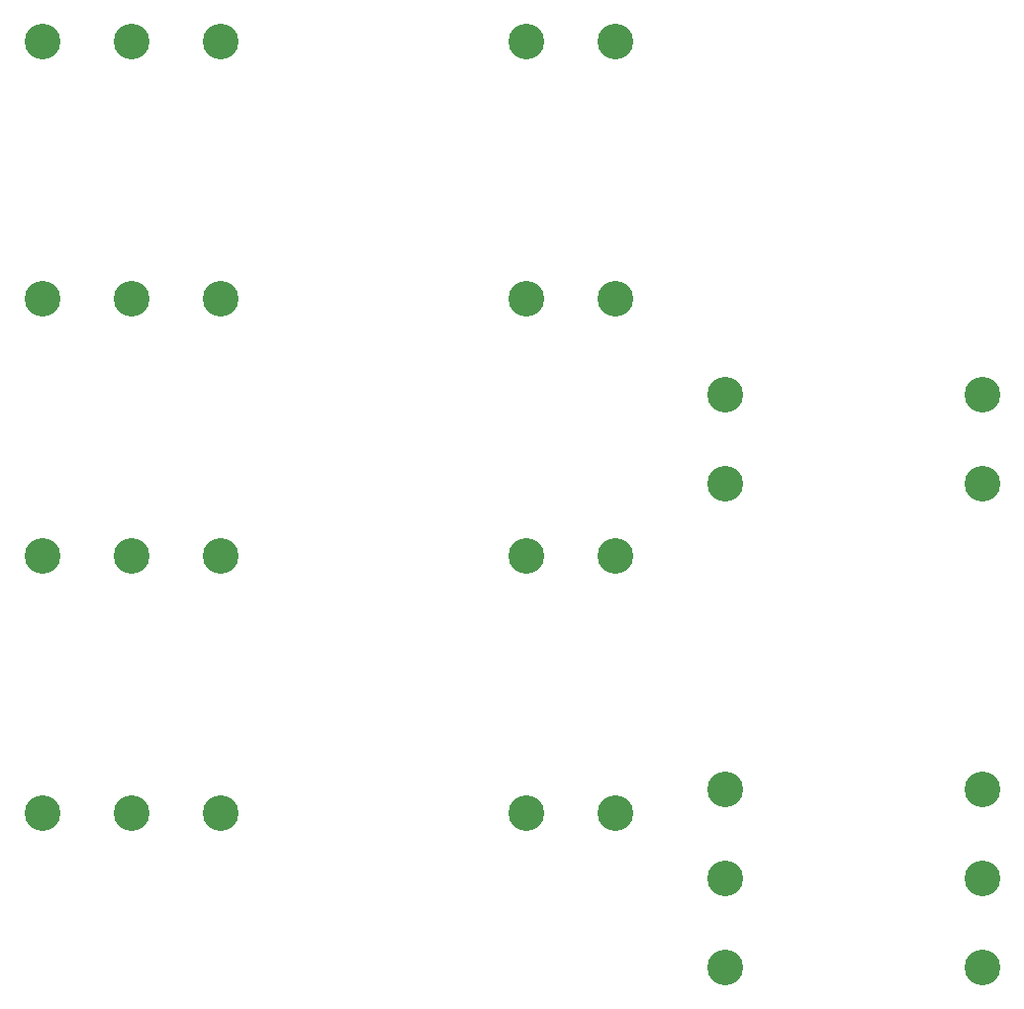
<source format=gts>
%MOIN*%
%OFA0B0*%
%FSLAX46Y46*%
%IPPOS*%
%LPD*%
%ADD10C,0.005905511811023622*%
%ADD11C,0.12000000000000001*%
%ADD22C,0.005905511811023622*%
%ADD23C,0.12000000000000001*%
%ADD24C,0.005905511811023622*%
%ADD25C,0.12000000000000001*%
%ADD26C,0.005905511811023622*%
%ADD27C,0.12000000000000001*%
%ADD28C,0.005905511811023622*%
%ADD29C,0.12000000000000001*%
%ADD30C,0.005905511811023622*%
%ADD31C,0.12000000000000001*%
G01*
D10*
D11*
X-0005050000Y0004799999D02*
X0000704999Y0000624999D03*
X0000404999Y0000624999D03*
X0000104999Y0000624999D03*
X0001734999Y0000624999D03*
X0002034999Y0000624999D03*
G04 next file*
G04 #@! TF.FileFunction,Soldermask,Top*
G04 Gerber Fmt 4.6, Leading zero omitted, Abs format (unit mm)*
G04 Created by KiCad (PCBNEW 4.0.7) date 09/06/18 10:52:36*
G01*
G04 APERTURE LIST*
G04 APERTURE END LIST*
D22*
D23*
X-0001768503Y-0005050000D02*
X0002406496Y0000704999D03*
X0002406496Y0000404999D03*
X0002406496Y0000104999D03*
X0002406496Y0001734999D03*
X0002406496Y0002034999D03*
G04 next file*
G04 #@! TF.FileFunction,Soldermask,Top*
G04 Gerber Fmt 4.6, Leading zero omitted, Abs format (unit mm)*
G04 Created by KiCad (PCBNEW 4.0.7) date 09/06/18 10:52:36*
G01*
G04 APERTURE LIST*
G04 APERTURE END LIST*
D24*
D25*
X-0000902362Y-0005050000D02*
X0003272637Y0000704999D03*
X0003272637Y0000404999D03*
X0003272637Y0000104999D03*
X0003272637Y0001734999D03*
X0003272637Y0002034999D03*
G04 next file*
G04 #@! TF.FileFunction,Soldermask,Top*
G04 Gerber Fmt 4.6, Leading zero omitted, Abs format (unit mm)*
G04 Created by KiCad (PCBNEW 4.0.7) date 09/06/18 10:52:36*
G01*
G04 APERTURE LIST*
G04 APERTURE END LIST*
D26*
D27*
X-0005050000Y0005666141D02*
X0000704999Y0001491141D03*
X0000404999Y0001491141D03*
X0000104999Y0001491141D03*
X0001734999Y0001491141D03*
X0002034999Y0001491141D03*
G04 next file*
G04 #@! TF.FileFunction,Soldermask,Top*
G04 Gerber Fmt 4.6, Leading zero omitted, Abs format (unit mm)*
G04 Created by KiCad (PCBNEW 4.0.7) date 09/06/18 10:52:36*
G01*
G04 APERTURE LIST*
G04 APERTURE END LIST*
D28*
D29*
X-0005050000Y0006532283D02*
X0000704999Y0002357283D03*
X0000404999Y0002357283D03*
X0000104999Y0002357283D03*
X0001734999Y0002357283D03*
X0002034999Y0002357283D03*
G04 next file*
G04 #@! TF.FileFunction,Soldermask,Top*
G04 Gerber Fmt 4.6, Leading zero omitted, Abs format (unit mm)*
G04 Created by KiCad (PCBNEW 4.0.7) date 09/06/18 10:52:36*
G01*
G04 APERTURE LIST*
G04 APERTURE END LIST*
D30*
D31*
X-0005050000Y0007398425D02*
X0000704999Y0003223425D03*
X0000404999Y0003223425D03*
X0000104999Y0003223425D03*
X0001734999Y0003223425D03*
X0002034999Y0003223425D03*
M02*
</source>
